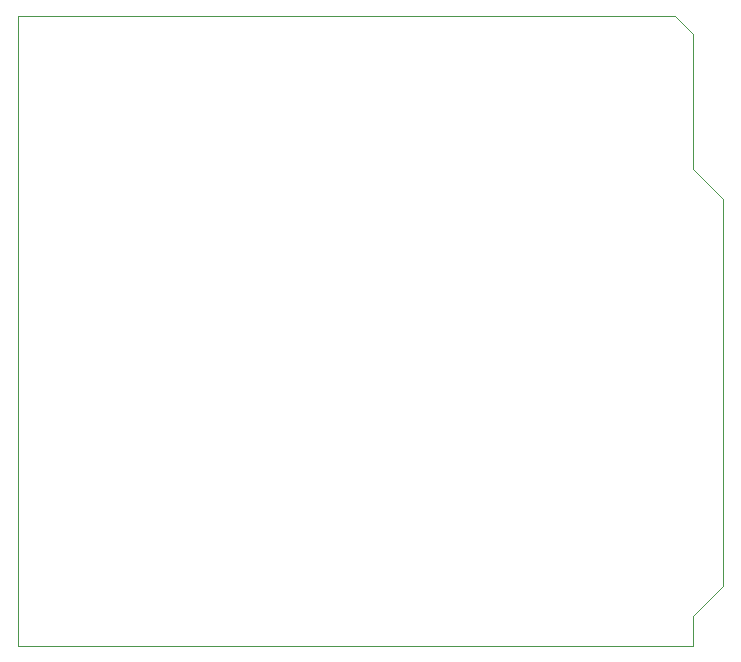
<source format=gm1>
G04 Layer_Color=16711935*
%FSAX43Y43*%
%MOMM*%
G71*
G01*
G75*
%ADD47C,0.050*%
D47*
X0057150Y0000000D02*
Y0002540D01*
X0055626Y0053340D02*
X0057150Y0051816D01*
Y0040386D02*
Y0051816D01*
Y0040386D02*
X0059690Y0037846D01*
X0000000Y0053340D02*
X0055626D01*
X0059690Y0005080D02*
Y0037846D01*
X0057150Y0002540D02*
X0059690Y0005080D01*
X0000000Y0000000D02*
X0057150D01*
X0000000D02*
Y0053340D01*
M02*

</source>
